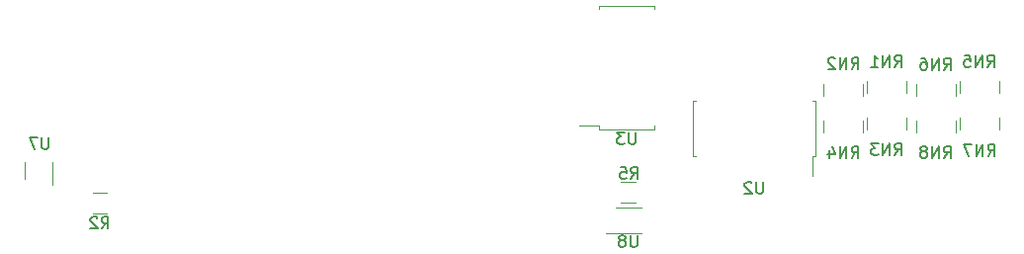
<source format=gbr>
G04 #@! TF.GenerationSoftware,KiCad,Pcbnew,(5.99.0-576-ga860ac506)*
G04 #@! TF.CreationDate,2020-08-23T19:59:58+02:00*
G04 #@! TF.ProjectId,50 pin to 34 pin Floppy Adapter,35302070-696e-4207-946f-203334207069,rev?*
G04 #@! TF.SameCoordinates,Original*
G04 #@! TF.FileFunction,Legend,Bot*
G04 #@! TF.FilePolarity,Positive*
%FSLAX46Y46*%
G04 Gerber Fmt 4.6, Leading zero omitted, Abs format (unit mm)*
G04 Created by KiCad (PCBNEW (5.99.0-576-ga860ac506)) date 2020-08-23 19:59:58*
%MOMM*%
%LPD*%
G04 APERTURE LIST*
%ADD10C,0.120000*%
%ADD11C,0.150000*%
G04 APERTURE END LIST*
D10*
X88285500Y-37571500D02*
X86085500Y-37571500D01*
X88285500Y-39771500D02*
X85285500Y-39771500D01*
X35528000Y-35119500D02*
X35528000Y-33719500D01*
X37848000Y-33719500D02*
X37848000Y-35619500D01*
X87788000Y-35378500D02*
X86588000Y-35378500D01*
X86588000Y-37138500D02*
X87788000Y-37138500D01*
X41310000Y-38091000D02*
X42510000Y-38091000D01*
X42510000Y-36331000D02*
X41310000Y-36331000D01*
X84673500Y-30595500D02*
X83008500Y-30595500D01*
X84673500Y-30850500D02*
X84673500Y-30595500D01*
X87058500Y-30850500D02*
X84673500Y-30850500D01*
X89443500Y-30850500D02*
X89443500Y-30595500D01*
X87058500Y-30850500D02*
X89443500Y-30850500D01*
X84673500Y-20330500D02*
X84673500Y-20585500D01*
X87058500Y-20330500D02*
X84673500Y-20330500D01*
X89443500Y-20330500D02*
X89443500Y-20585500D01*
X87058500Y-20330500D02*
X89443500Y-20330500D01*
X111858000Y-31107000D02*
X111858000Y-30107000D01*
X115218000Y-31107000D02*
X115218000Y-30107000D01*
X115604500Y-30853000D02*
X115604500Y-29853000D01*
X118964500Y-30853000D02*
X118964500Y-29853000D01*
X111858000Y-27995500D02*
X111858000Y-26995500D01*
X115218000Y-27995500D02*
X115218000Y-26995500D01*
X115604500Y-27741500D02*
X115604500Y-26741500D01*
X118964500Y-27741500D02*
X118964500Y-26741500D01*
X92720500Y-30797500D02*
X92720500Y-28412500D01*
X92720500Y-28412500D02*
X92975500Y-28412500D01*
X92720500Y-30797500D02*
X92720500Y-33182500D01*
X92720500Y-33182500D02*
X92975500Y-33182500D01*
X103240500Y-30797500D02*
X103240500Y-28412500D01*
X103240500Y-28412500D02*
X102985500Y-28412500D01*
X103240500Y-30797500D02*
X103240500Y-33182500D01*
X103240500Y-33182500D02*
X102985500Y-33182500D01*
X102985500Y-33182500D02*
X102985500Y-34847500D01*
X107305500Y-31107000D02*
X107305500Y-30107000D01*
X103945500Y-31107000D02*
X103945500Y-30107000D01*
X107654000Y-30853000D02*
X107654000Y-29853000D01*
X111014000Y-30853000D02*
X111014000Y-29853000D01*
X107305500Y-27995500D02*
X107305500Y-26995500D01*
X103945500Y-27995500D02*
X103945500Y-26995500D01*
X107654000Y-27741500D02*
X107654000Y-26741500D01*
X111014000Y-27741500D02*
X111014000Y-26741500D01*
D11*
X87947404Y-39965380D02*
X87947404Y-40774904D01*
X87899785Y-40870142D01*
X87852166Y-40917761D01*
X87756928Y-40965380D01*
X87566452Y-40965380D01*
X87471214Y-40917761D01*
X87423595Y-40870142D01*
X87375976Y-40774904D01*
X87375976Y-39965380D01*
X86756928Y-40393952D02*
X86852166Y-40346333D01*
X86899785Y-40298714D01*
X86947404Y-40203476D01*
X86947404Y-40155857D01*
X86899785Y-40060619D01*
X86852166Y-40013000D01*
X86756928Y-39965380D01*
X86566452Y-39965380D01*
X86471214Y-40013000D01*
X86423595Y-40060619D01*
X86375976Y-40155857D01*
X86375976Y-40203476D01*
X86423595Y-40298714D01*
X86471214Y-40346333D01*
X86566452Y-40393952D01*
X86756928Y-40393952D01*
X86852166Y-40441571D01*
X86899785Y-40489190D01*
X86947404Y-40584428D01*
X86947404Y-40774904D01*
X86899785Y-40870142D01*
X86852166Y-40917761D01*
X86756928Y-40965380D01*
X86566452Y-40965380D01*
X86471214Y-40917761D01*
X86423595Y-40870142D01*
X86375976Y-40774904D01*
X86375976Y-40584428D01*
X86423595Y-40489190D01*
X86471214Y-40441571D01*
X86566452Y-40393952D01*
X37528404Y-31583380D02*
X37528404Y-32392904D01*
X37480785Y-32488142D01*
X37433166Y-32535761D01*
X37337928Y-32583380D01*
X37147452Y-32583380D01*
X37052214Y-32535761D01*
X37004595Y-32488142D01*
X36956976Y-32392904D01*
X36956976Y-31583380D01*
X36576023Y-31583380D02*
X35909357Y-31583380D01*
X36337928Y-32583380D01*
X87415666Y-35123380D02*
X87749000Y-34647190D01*
X87987095Y-35123380D02*
X87987095Y-34123380D01*
X87606142Y-34123380D01*
X87510904Y-34171000D01*
X87463285Y-34218619D01*
X87415666Y-34313857D01*
X87415666Y-34456714D01*
X87463285Y-34551952D01*
X87510904Y-34599571D01*
X87606142Y-34647190D01*
X87987095Y-34647190D01*
X86510904Y-34123380D02*
X86987095Y-34123380D01*
X87034714Y-34599571D01*
X86987095Y-34551952D01*
X86891857Y-34504333D01*
X86653761Y-34504333D01*
X86558523Y-34551952D01*
X86510904Y-34599571D01*
X86463285Y-34694809D01*
X86463285Y-34932904D01*
X86510904Y-35028142D01*
X86558523Y-35075761D01*
X86653761Y-35123380D01*
X86891857Y-35123380D01*
X86987095Y-35075761D01*
X87034714Y-35028142D01*
X42076666Y-39377880D02*
X42410000Y-38901690D01*
X42648095Y-39377880D02*
X42648095Y-38377880D01*
X42267142Y-38377880D01*
X42171904Y-38425500D01*
X42124285Y-38473119D01*
X42076666Y-38568357D01*
X42076666Y-38711214D01*
X42124285Y-38806452D01*
X42171904Y-38854071D01*
X42267142Y-38901690D01*
X42648095Y-38901690D01*
X41695714Y-38473119D02*
X41648095Y-38425500D01*
X41552857Y-38377880D01*
X41314761Y-38377880D01*
X41219523Y-38425500D01*
X41171904Y-38473119D01*
X41124285Y-38568357D01*
X41124285Y-38663595D01*
X41171904Y-38806452D01*
X41743333Y-39377880D01*
X41124285Y-39377880D01*
X87820404Y-31142880D02*
X87820404Y-31952404D01*
X87772785Y-32047642D01*
X87725166Y-32095261D01*
X87629928Y-32142880D01*
X87439452Y-32142880D01*
X87344214Y-32095261D01*
X87296595Y-32047642D01*
X87248976Y-31952404D01*
X87248976Y-31142880D01*
X86868023Y-31142880D02*
X86248976Y-31142880D01*
X86582309Y-31523833D01*
X86439452Y-31523833D01*
X86344214Y-31571452D01*
X86296595Y-31619071D01*
X86248976Y-31714309D01*
X86248976Y-31952404D01*
X86296595Y-32047642D01*
X86344214Y-32095261D01*
X86439452Y-32142880D01*
X86725166Y-32142880D01*
X86820404Y-32095261D01*
X86868023Y-32047642D01*
X114221976Y-33345177D02*
X114555309Y-32868987D01*
X114793404Y-33345177D02*
X114793404Y-32345177D01*
X114412452Y-32345177D01*
X114317214Y-32392797D01*
X114269595Y-32440416D01*
X114221976Y-32535654D01*
X114221976Y-32678511D01*
X114269595Y-32773749D01*
X114317214Y-32821368D01*
X114412452Y-32868987D01*
X114793404Y-32868987D01*
X113793404Y-33345177D02*
X113793404Y-32345177D01*
X113221976Y-33345177D01*
X113221976Y-32345177D01*
X112602928Y-32773749D02*
X112698166Y-32726130D01*
X112745785Y-32678511D01*
X112793404Y-32583273D01*
X112793404Y-32535654D01*
X112745785Y-32440416D01*
X112698166Y-32392797D01*
X112602928Y-32345177D01*
X112412452Y-32345177D01*
X112317214Y-32392797D01*
X112269595Y-32440416D01*
X112221976Y-32535654D01*
X112221976Y-32583273D01*
X112269595Y-32678511D01*
X112317214Y-32726130D01*
X112412452Y-32773749D01*
X112602928Y-32773749D01*
X112698166Y-32821368D01*
X112745785Y-32868987D01*
X112793404Y-32964225D01*
X112793404Y-33154701D01*
X112745785Y-33249939D01*
X112698166Y-33297558D01*
X112602928Y-33345177D01*
X112412452Y-33345177D01*
X112317214Y-33297558D01*
X112269595Y-33249939D01*
X112221976Y-33154701D01*
X112221976Y-32964225D01*
X112269595Y-32868987D01*
X112317214Y-32821368D01*
X112412452Y-32773749D01*
X118006476Y-33154677D02*
X118339809Y-32678487D01*
X118577904Y-33154677D02*
X118577904Y-32154677D01*
X118196952Y-32154677D01*
X118101714Y-32202297D01*
X118054095Y-32249916D01*
X118006476Y-32345154D01*
X118006476Y-32488011D01*
X118054095Y-32583249D01*
X118101714Y-32630868D01*
X118196952Y-32678487D01*
X118577904Y-32678487D01*
X117577904Y-33154677D02*
X117577904Y-32154677D01*
X117006476Y-33154677D01*
X117006476Y-32154677D01*
X116625523Y-32154677D02*
X115958857Y-32154677D01*
X116387428Y-33154677D01*
X114221976Y-25788677D02*
X114555309Y-25312487D01*
X114793404Y-25788677D02*
X114793404Y-24788677D01*
X114412452Y-24788677D01*
X114317214Y-24836297D01*
X114269595Y-24883916D01*
X114221976Y-24979154D01*
X114221976Y-25122011D01*
X114269595Y-25217249D01*
X114317214Y-25264868D01*
X114412452Y-25312487D01*
X114793404Y-25312487D01*
X113793404Y-25788677D02*
X113793404Y-24788677D01*
X113221976Y-25788677D01*
X113221976Y-24788677D01*
X112317214Y-24788677D02*
X112507690Y-24788677D01*
X112602928Y-24836297D01*
X112650547Y-24883916D01*
X112745785Y-25026773D01*
X112793404Y-25217249D01*
X112793404Y-25598201D01*
X112745785Y-25693439D01*
X112698166Y-25741058D01*
X112602928Y-25788677D01*
X112412452Y-25788677D01*
X112317214Y-25741058D01*
X112269595Y-25693439D01*
X112221976Y-25598201D01*
X112221976Y-25360106D01*
X112269595Y-25264868D01*
X112317214Y-25217249D01*
X112412452Y-25169630D01*
X112602928Y-25169630D01*
X112698166Y-25217249D01*
X112745785Y-25264868D01*
X112793404Y-25360106D01*
X117942976Y-25534677D02*
X118276309Y-25058487D01*
X118514404Y-25534677D02*
X118514404Y-24534677D01*
X118133452Y-24534677D01*
X118038214Y-24582297D01*
X117990595Y-24629916D01*
X117942976Y-24725154D01*
X117942976Y-24868011D01*
X117990595Y-24963249D01*
X118038214Y-25010868D01*
X118133452Y-25058487D01*
X118514404Y-25058487D01*
X117514404Y-25534677D02*
X117514404Y-24534677D01*
X116942976Y-25534677D01*
X116942976Y-24534677D01*
X115990595Y-24534677D02*
X116466785Y-24534677D01*
X116514404Y-25010868D01*
X116466785Y-24963249D01*
X116371547Y-24915630D01*
X116133452Y-24915630D01*
X116038214Y-24963249D01*
X115990595Y-25010868D01*
X115942976Y-25106106D01*
X115942976Y-25344201D01*
X115990595Y-25439439D01*
X116038214Y-25487058D01*
X116133452Y-25534677D01*
X116371547Y-25534677D01*
X116466785Y-25487058D01*
X116514404Y-25439439D01*
X98742404Y-35393380D02*
X98742404Y-36202904D01*
X98694785Y-36298142D01*
X98647166Y-36345761D01*
X98551928Y-36393380D01*
X98361452Y-36393380D01*
X98266214Y-36345761D01*
X98218595Y-36298142D01*
X98170976Y-36202904D01*
X98170976Y-35393380D01*
X97742404Y-35488619D02*
X97694785Y-35441000D01*
X97599547Y-35393380D01*
X97361452Y-35393380D01*
X97266214Y-35441000D01*
X97218595Y-35488619D01*
X97170976Y-35583857D01*
X97170976Y-35679095D01*
X97218595Y-35821952D01*
X97790023Y-36393380D01*
X97170976Y-36393380D01*
X106320976Y-33351880D02*
X106654309Y-32875690D01*
X106892404Y-33351880D02*
X106892404Y-32351880D01*
X106511452Y-32351880D01*
X106416214Y-32399500D01*
X106368595Y-32447119D01*
X106320976Y-32542357D01*
X106320976Y-32685214D01*
X106368595Y-32780452D01*
X106416214Y-32828071D01*
X106511452Y-32875690D01*
X106892404Y-32875690D01*
X105892404Y-33351880D02*
X105892404Y-32351880D01*
X105320976Y-33351880D01*
X105320976Y-32351880D01*
X104416214Y-32685214D02*
X104416214Y-33351880D01*
X104654309Y-32304261D02*
X104892404Y-33018547D01*
X104273357Y-33018547D01*
X110005476Y-33086380D02*
X110338809Y-32610190D01*
X110576904Y-33086380D02*
X110576904Y-32086380D01*
X110195952Y-32086380D01*
X110100714Y-32134000D01*
X110053095Y-32181619D01*
X110005476Y-32276857D01*
X110005476Y-32419714D01*
X110053095Y-32514952D01*
X110100714Y-32562571D01*
X110195952Y-32610190D01*
X110576904Y-32610190D01*
X109576904Y-33086380D02*
X109576904Y-32086380D01*
X109005476Y-33086380D01*
X109005476Y-32086380D01*
X108624523Y-32086380D02*
X108005476Y-32086380D01*
X108338809Y-32467333D01*
X108195952Y-32467333D01*
X108100714Y-32514952D01*
X108053095Y-32562571D01*
X108005476Y-32657809D01*
X108005476Y-32895904D01*
X108053095Y-32991142D01*
X108100714Y-33038761D01*
X108195952Y-33086380D01*
X108481666Y-33086380D01*
X108576904Y-33038761D01*
X108624523Y-32991142D01*
X106320976Y-25731880D02*
X106654309Y-25255690D01*
X106892404Y-25731880D02*
X106892404Y-24731880D01*
X106511452Y-24731880D01*
X106416214Y-24779500D01*
X106368595Y-24827119D01*
X106320976Y-24922357D01*
X106320976Y-25065214D01*
X106368595Y-25160452D01*
X106416214Y-25208071D01*
X106511452Y-25255690D01*
X106892404Y-25255690D01*
X105892404Y-25731880D02*
X105892404Y-24731880D01*
X105320976Y-25731880D01*
X105320976Y-24731880D01*
X104892404Y-24827119D02*
X104844785Y-24779500D01*
X104749547Y-24731880D01*
X104511452Y-24731880D01*
X104416214Y-24779500D01*
X104368595Y-24827119D01*
X104320976Y-24922357D01*
X104320976Y-25017595D01*
X104368595Y-25160452D01*
X104940023Y-25731880D01*
X104320976Y-25731880D01*
X110005476Y-25529880D02*
X110338809Y-25053690D01*
X110576904Y-25529880D02*
X110576904Y-24529880D01*
X110195952Y-24529880D01*
X110100714Y-24577500D01*
X110053095Y-24625119D01*
X110005476Y-24720357D01*
X110005476Y-24863214D01*
X110053095Y-24958452D01*
X110100714Y-25006071D01*
X110195952Y-25053690D01*
X110576904Y-25053690D01*
X109576904Y-25529880D02*
X109576904Y-24529880D01*
X109005476Y-25529880D01*
X109005476Y-24529880D01*
X108005476Y-25529880D02*
X108576904Y-25529880D01*
X108291190Y-25529880D02*
X108291190Y-24529880D01*
X108386428Y-24672738D01*
X108481666Y-24767976D01*
X108576904Y-24815595D01*
M02*

</source>
